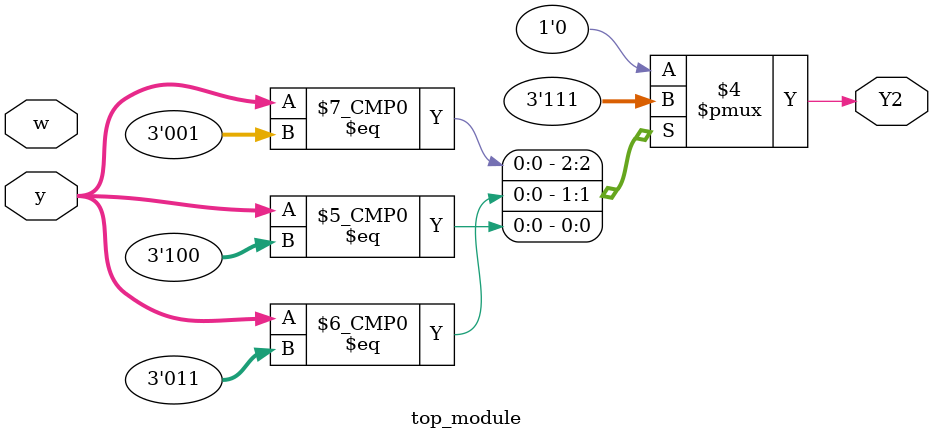
<source format=sv>
module top_module (
	input [3:1] y,
	input w,
	output reg Y2
);

	// Define the state codes
	parameter A = 3'b000;
	parameter B = 3'b001;
	parameter C = 3'b010;
	parameter D = 3'b011;
	parameter E = 3'b100;
	parameter F = 3'b101;
	
	always @(*) begin
		// Next state logic for Y2
		case (y)
			A: Y2 = 1'b0;
			B: Y2 = 1'b1;
			C: Y2 = 1'b0;
			D: Y2 = 1'b1;
			E: Y2 = 1'b1;
			F: Y2 = 1'b0;
			default: Y2 = 1'b0;
		endcase
	end
endmodule

</source>
